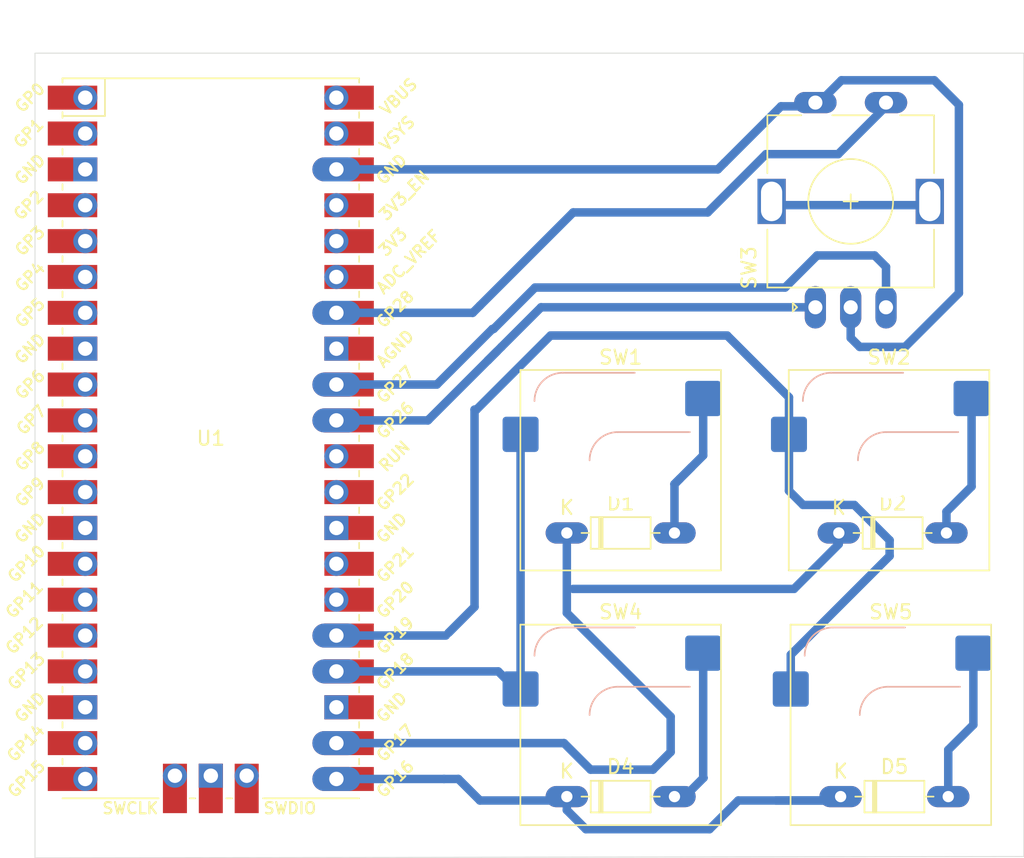
<source format=kicad_pcb>
(kicad_pcb (version 20241229) (generator "pcbnew") (generator_version "9.0")
  (layers (0 "F.Cu" signal) (2 "B.Cu" signal) (13 "F.Paste" user) (15 "B.Paste" user) (5 "F.SilkS" user "F.Silkscreen") (7 "B.SilkS" user "B.Silkscreen") (1 "F.Mask" user) (3 "B.Mask" user) (25 "Edge.Cuts" user))
  (net 0 "")
  (net 1 "Net-(D1-A)")
  (net 2 "Net-(U1-GPIO18)")
  (net 3 "Net-(D2-A)")
  (net 4 "Net-(D4-A)")
  (net 5 "Net-(D5-A)")
  (net 6 "unconnected-(SW3-PadMP)")
  (net 7 "Net-(U1-GPIO28_ADC2)")
  (net 8 "Net-(U1-GPIO26_ADC0)")
  (net 9 "Net-(SW3-PadC)")
  (net 10 "Net-(U1-GPIO27_ADC1)")
  (net 27 "Net-(D1-K)")
  (net 47 "Net-(D4-K)")
  (net 48 "Net-(U1-GPIO19)")
  (footprint "Switch_Keyboard_Hotswap_Kailh:SW_Hotswap_Kailh_MX" (layer "F.Cu") (at 187.587 117.58)
    (property "Reference" "SW5" (at 0 -8 0) (layer "F.SilkS"))
    (property "Value" "SW_Push_45deg")
    (fp_line (start -7.1 -7.1) (end -7.1 7.1) (stroke (width 0.12)) (layer "F.SilkS"))
    (fp_line (start -7.1 7.1) (end 7.1 7.1) (stroke (width 0.12)) (layer "F.SilkS"))
    (fp_line (start 7.1 -7.1) (end -7.1 -7.1) (stroke (width 0.12)) (layer "F.SilkS"))
    (fp_line (start 7.1 7.1) (end 7.1 -7.1) (stroke (width 0.12)) (layer "F.SilkS"))
    (fp_line (start -4.1 -6.9) (end 1 -6.9) (stroke (width 0.12)) (layer "B.SilkS"))
    (fp_line (start -0.2 -2.7) (end 4.9 -2.7) (stroke (width 0.12)) (layer "B.SilkS"))
    (fp_arc (start -6.1 -4.9) (mid -5.514214 -6.314214) (end -4.1 -6.9) (stroke (width 0.12)) (layer "B.SilkS"))
    (fp_arc (start -2.2 -0.7) (mid -1.614214 -2.114214) (end -0.2 -2.7) (stroke (width 0.12)) (layer "B.SilkS"))
    (pad "" np_thru_hole circle (at -3.81 -2.54) (size 3.05 3.05) (drill 3.05) (layers "*.Cu" "*.Mask"))
    (pad "" np_thru_hole circle (at 0 0) (size 4 4) (drill 4) (layers "*.Cu" "*.Mask"))
    (pad "" np_thru_hole circle (at 2.54 -5.08) (size 3.05 3.05) (drill 3.05) (layers "*.Cu" "*.Mask"))
    (pad "1" smd roundrect (at -7.085 -2.54) (size 2.55 2.5) (layers "B.Cu" "B.Mask" "B.Paste") (roundrect_rratio 0.1) (net 48 "Net-(U1-GPIO19)"))
    (pad "2" smd roundrect (at 5.842 -5.08) (size 2.55 2.5) (layers "B.Cu" "B.Mask" "B.Paste") (roundrect_rratio 0.1) (net 5 "Net-(D5-A)"))
  )
  (footprint "Switch_Keyboard_Hotswap_Kailh:SW_Hotswap_Kailh_MX" (layer "F.Cu") (at 168.46 99.54)
    (property "Reference" "SW1" (at 0 -8 0) (layer "F.SilkS"))
    (property "Value" "SW_Push_45deg")
    (fp_line (start -7.1 -7.1) (end -7.1 7.1) (stroke (width 0.12)) (layer "F.SilkS"))
    (fp_line (start -7.1 7.1) (end 7.1 7.1) (stroke (width 0.12)) (layer "F.SilkS"))
    (fp_line (start 7.1 -7.1) (end -7.1 -7.1) (stroke (width 0.12)) (layer "F.SilkS"))
    (fp_line (start 7.1 7.1) (end 7.1 -7.1) (stroke (width 0.12)) (layer "F.SilkS"))
    (fp_line (start -4.1 -6.9) (end 1 -6.9) (stroke (width 0.12)) (layer "B.SilkS"))
    (fp_line (start -0.2 -2.7) (end 4.9 -2.7) (stroke (width 0.12)) (layer "B.SilkS"))
    (fp_arc (start -6.1 -4.9) (mid -5.514214 -6.314214) (end -4.1 -6.9) (stroke (width 0.12)) (layer "B.SilkS"))
    (fp_arc (start -2.2 -0.7) (mid -1.614214 -2.114214) (end -0.2 -2.7) (stroke (width 0.12)) (layer "B.SilkS"))
    (pad "" np_thru_hole circle (at -3.81 -2.54) (size 3.05 3.05) (drill 3.05) (layers "*.Cu" "*.Mask"))
    (pad "" np_thru_hole circle (at 0 0) (size 4 4) (drill 4) (layers "*.Cu" "*.Mask"))
    (pad "" np_thru_hole circle (at 2.54 -5.08) (size 3.05 3.05) (drill 3.05) (layers "*.Cu" "*.Mask"))
    (pad "1" smd roundrect (at -7.085 -2.54) (size 2.55 2.5) (layers "B.Cu" "B.Mask" "B.Paste") (roundrect_rratio 0.1) (net 2 "Net-(U1-GPIO18)"))
    (pad "2" smd roundrect (at 5.842 -5.08) (size 2.55 2.5) (layers "B.Cu" "B.Mask" "B.Paste") (roundrect_rratio 0.1) (net 1 "Net-(D1-A)"))
  )
  (footprint "MCU_RaspberryPi_and_Boards:RPi_Pico_SMD_TH" (layer "F.Cu") (at 139.446 97.282)
    (property "Reference" "U1" (at 0 0 0) (layer "F.SilkS"))
    (property "Value" "Pico")
    (fp_line (start -10.5 -25.5) (end -10.5 -25.2) (stroke (width 0.12)) (layer "F.SilkS"))
    (fp_line (start -10.5 -25.5) (end 10.5 -25.5) (stroke (width 0.12)) (layer "F.SilkS"))
    (fp_line (start -10.5 -23.1) (end -10.5 -22.7) (stroke (width 0.12)) (layer "F.SilkS"))
    (fp_line (start -10.5 -22.833) (end -7.493 -22.833) (stroke (width 0.12)) (layer "F.SilkS"))
    (fp_line (start -10.5 -20.5) (end -10.5 -20.1) (stroke (width 0.12)) (layer "F.SilkS"))
    (fp_line (start -10.5 -18) (end -10.5 -17.6) (stroke (width 0.12)) (layer "F.SilkS"))
    (fp_line (start -10.5 -15.4) (end -10.5 -15) (stroke (width 0.12)) (layer "F.SilkS"))
    (fp_line (start -10.5 -12.9) (end -10.5 -12.5) (stroke (width 0.12)) (layer "F.SilkS"))
    (fp_line (start -10.5 -10.4) (end -10.5 -10) (stroke (width 0.12)) (layer "F.SilkS"))
    (fp_line (start -10.5 -7.8) (end -10.5 -7.4) (stroke (width 0.12)) (layer "F.SilkS"))
    (fp_line (start -10.5 -5.3) (end -10.5 -4.9) (stroke (width 0.12)) (layer "F.SilkS"))
    (fp_line (start -10.5 -2.7) (end -10.5 -2.3) (stroke (width 0.12)) (layer "F.SilkS"))
    (fp_line (start -10.5 -0.2) (end -10.5 0.2) (stroke (width 0.12)) (layer "F.SilkS"))
    (fp_line (start -10.5 2.3) (end -10.5 2.7) (stroke (width 0.12)) (layer "F.SilkS"))
    (fp_line (start -10.5 4.9) (end -10.5 5.3) (stroke (width 0.12)) (layer "F.SilkS"))
    (fp_line (start -10.5 7.4) (end -10.5 7.8) (stroke (width 0.12)) (layer "F.SilkS"))
    (fp_line (start -10.5 10) (end -10.5 10.4) (stroke (width 0.12)) (layer "F.SilkS"))
    (fp_line (start -10.5 12.5) (end -10.5 12.9) (stroke (width 0.12)) (layer "F.SilkS"))
    (fp_line (start -10.5 15.1) (end -10.5 15.5) (stroke (width 0.12)) (layer "F.SilkS"))
    (fp_line (start -10.5 17.6) (end -10.5 18) (stroke (width 0.12)) (layer "F.SilkS"))
    (fp_line (start -10.5 20.1) (end -10.5 20.5) (stroke (width 0.12)) (layer "F.SilkS"))
    (fp_line (start -10.5 22.7) (end -10.5 23.1) (stroke (width 0.12)) (layer "F.SilkS"))
    (fp_line (start -7.493 -22.833) (end -7.493 -25.5) (stroke (width 0.12)) (layer "F.SilkS"))
    (fp_line (start -3.7 25.5) (end -10.5 25.5) (stroke (width 0.12)) (layer "F.SilkS"))
    (fp_line (start -1.5 25.5) (end -1.1 25.5) (stroke (width 0.12)) (layer "F.SilkS"))
    (fp_line (start 1.1 25.5) (end 1.5 25.5) (stroke (width 0.12)) (layer "F.SilkS"))
    (fp_line (start 10.5 -25.5) (end 10.5 -25.2) (stroke (width 0.12)) (layer "F.SilkS"))
    (fp_line (start 10.5 -23.1) (end 10.5 -22.7) (stroke (width 0.12)) (layer "F.SilkS"))
    (fp_line (start 10.5 -20.5) (end 10.5 -20.1) (stroke (width 0.12)) (layer "F.SilkS"))
    (fp_line (start 10.5 -18) (end 10.5 -17.6) (stroke (width 0.12)) (layer "F.SilkS"))
    (fp_line (start 10.5 -15.4) (end 10.5 -15) (stroke (width 0.12)) (layer "F.SilkS"))
    (fp_line (start 10.5 -12.9) (end 10.5 -12.5) (stroke (width 0.12)) (layer "F.SilkS"))
    (fp_line (start 10.5 -10.4) (end 10.5 -10) (stroke (width 0.12)) (layer "F.SilkS"))
    (fp_line (start 10.5 -7.8) (end 10.5 -7.4) (stroke (width 0.12)) (layer "F.SilkS"))
    (fp_line (start 10.5 -5.3) (end 10.5 -4.9) (stroke (width 0.12)) (layer "F.SilkS"))
    (fp_line (start 10.5 -2.7) (end 10.5 -2.3) (stroke (width 0.12)) (layer "F.SilkS"))
    (fp_line (start 10.5 -0.2) (end 10.5 0.2) (stroke (width 0.12)) (layer "F.SilkS"))
    (fp_line (start 10.5 2.3) (end 10.5 2.7) (stroke (width 0.12)) (layer "F.SilkS"))
    (fp_line (start 10.5 4.9) (end 10.5 5.3) (stroke (width 0.12)) (layer "F.SilkS"))
    (fp_line (start 10.5 7.4) (end 10.5 7.8) (stroke (width 0.12)) (layer "F.SilkS"))
    (fp_line (start 10.5 10) (end 10.5 10.4) (stroke (width 0.12)) (layer "F.SilkS"))
    (fp_line (start 10.5 12.5) (end 10.5 12.9) (stroke (width 0.12)) (layer "F.SilkS"))
    (fp_line (start 10.5 15.1) (end 10.5 15.5) (stroke (width 0.12)) (layer "F.SilkS"))
    (fp_line (start 10.5 17.6) (end 10.5 18) (stroke (width 0.12)) (layer "F.SilkS"))
    (fp_line (start 10.5 20.1) (end 10.5 20.5) (stroke (width 0.12)) (layer "F.SilkS"))
    (fp_line (start 10.5 22.7) (end 10.5 23.1) (stroke (width 0.12)) (layer "F.SilkS"))
    (fp_line (start 10.5 25.5) (end 3.7 25.5) (stroke (width 0.12)) (layer "F.SilkS"))
    (fp_text user "AGND" (at 13.054 -6.35 45) (layer "F.SilkS") (effects (font (size 0.8 0.8))))
    (fp_text user "GP0" (at -12.8 -24.13 45) (layer "F.SilkS") (effects (font (size 0.8 0.8))))
    (fp_text user "GP5" (at -12.8 -8.89 45) (layer "F.SilkS") (effects (font (size 0.8 0.8))))
    (fp_text user "GP11" (at -13.2 11.43 45) (layer "F.SilkS") (effects (font (size 0.8 0.8))))
    (fp_text user "GP2" (at -12.9 -16.51 45) (layer "F.SilkS") (effects (font (size 0.8 0.8))))
    (fp_text user "RUN" (at 13 1.27 45) (layer "F.SilkS") (effects (font (size 0.8 0.8))))
    (fp_text user "GP16" (at 13.054 24.13 45) (layer "F.SilkS") (effects (font (size 0.8 0.8))))
    (fp_text user "GP7" (at -12.7 -1.3 45) (layer "F.SilkS") (effects (font (size 0.8 0.8))))
    (fp_text user "GP13" (at -13.054 16.51 45) (layer "F.SilkS") (effects (font (size 0.8 0.8))))
    (fp_text user "GND" (at 12.8 -19.05 45) (layer "F.SilkS") (effects (font (size 0.8 0.8))))
    (fp_text user "GND" (at -12.8 6.35 45) (layer "F.SilkS") (effects (font (size 0.8 0.8))))
    (fp_text user "VSYS" (at 13.2 -21.59 45) (layer "F.SilkS") (effects (font (size 0.8 0.8))))
    (fp_text user "3V3" (at 12.9 -13.9 45) (layer "F.SilkS") (effects (font (size 0.8 0.8))))
    (fp_text user "GP21" (at 13.054 8.9 45) (layer "F.SilkS") (effects (font (size 0.8 0.8))))
    (fp_text user "GP28" (at 13.054 -9.144 45) (layer "F.SilkS") (effects (font (size 0.8 0.8))))
    (fp_text user "SWDIO" (at 5.6 26.2 0) (layer "F.SilkS") (effects (font (size 0.8 0.8))))
    (fp_text user "SWCLK" (at -5.7 26.2 0) (layer "F.SilkS") (effects (font (size 0.8 0.8))))
    (fp_text user "GND" (at 12.8 19.05 45) (layer "F.SilkS") (effects (font (size 0.8 0.8))))
    (fp_text user "GP8" (at -12.8 1.27 45) (layer "F.SilkS") (effects (font (size 0.8 0.8))))
    (fp_text user "3V3_EN" (at 13.7 -17.2 45) (layer "F.SilkS") (effects (font (size 0.8 0.8))))
    (fp_text user "VBUS" (at 13.3 -24.2 45) (layer "F.SilkS") (effects (font (size 0.8 0.8))))
    (fp_text user "GP14" (at -13.1 21.59 45) (layer "F.SilkS") (effects (font (size 0.8 0.8))))
    (fp_text user "GND" (at 12.8 6.35 45) (layer "F.SilkS") (effects (font (size 0.8 0.8))))
    (fp_text user "GP12" (at -13.2 13.97 45) (layer "F.SilkS") (effects (font (size 0.8 0.8))))
    (fp_text user "GP20" (at 13.054 11.43 45) (layer "F.SilkS") (effects (font (size 0.8 0.8))))
    (fp_text user "GP10" (at -13.054 8.89 45) (layer "F.SilkS") (effects (font (size 0.8 0.8))))
    (fp_text user "GND" (at -12.8 19.05 45) (layer "F.SilkS") (effects (font (size 0.8 0.8))))
    (fp_text user "GP18" (at 13.054 16.51 45) (layer "F.SilkS") (effects (font (size 0.8 0.8))))
    (fp_text user "GP9" (at -12.8 3.81 45) (layer "F.SilkS") (effects (font (size 0.8 0.8))))
    (fp_text user "ADC_VREF" (at 14 -12.5 45) (layer "F.SilkS") (effects (font (size 0.8 0.8))))
    (fp_text user "GP4" (at -12.8 -11.43 45) (layer "F.SilkS") (effects (font (size 0.8 0.8))))
    (fp_text user "GP15" (at -13.054 24.13 45) (layer "F.SilkS") (effects (font (size 0.8 0.8))))
    (fp_text user "GND" (at -12.8 -19.05 45) (layer "F.SilkS") (effects (font (size 0.8 0.8))))
    (fp_text user "GP19" (at 13.054 13.97 45) (layer "F.SilkS") (effects (font (size 0.8 0.8))))
    (fp_text user "GP26" (at 13.054 -1.27 45) (layer "F.SilkS") (effects (font (size 0.8 0.8))))
    (fp_text user "GP1" (at -12.9 -21.6 45) (layer "F.SilkS") (effects (font (size 0.8 0.8))))
    (fp_text user "GP27" (at 13.054 -3.8 45) (layer "F.SilkS") (effects (font (size 0.8 0.8))))
    (fp_text user "GND" (at -12.8 -6.35 45) (layer "F.SilkS") (effects (font (size 0.8 0.8))))
    (fp_text user "GP22" (at 13.054 3.81 45) (layer "F.SilkS") (effects (font (size 0.8 0.8))))
    (fp_text user "GP6" (at -12.8 -3.81 45) (layer "F.SilkS") (effects (font (size 0.8 0.8))))
    (fp_text user "GP3" (at -12.8 -13.97 45) (layer "F.SilkS") (effects (font (size 0.8 0.8))))
    (fp_text user "GP17" (at 13.054 21.59 45) (layer "F.SilkS") (effects (font (size 0.8 0.8))))
    (pad "" np_thru_hole oval (at -2.725 -24) (size 1.8 1.8) (drill 1.8) (layers "*.Cu" "*.Mask"))
    (pad "" np_thru_hole oval (at -2.425 -20.97) (size 1.5 1.5) (drill 1.5) (layers "*.Cu" "*.Mask"))
    (pad "" np_thru_hole oval (at 0 -12) (size 4 4) (drill 4) (layers "*.Cu" "*.Mask"))
    (pad "" np_thru_hole oval (at 0 11) (size 4 4) (drill 4) (layers "*.Cu" "*.Mask"))
    (pad "" np_thru_hole oval (at 2.425 -20.97) (size 1.5 1.5) (drill 1.5) (layers "*.Cu" "*.Mask"))
    (pad "" np_thru_hole oval (at 2.725 -24) (size 1.8 1.8) (drill 1.8) (layers "*.Cu" "*.Mask"))
    (pad "1" thru_hole oval (at -8.89 -24.13) (size 1.7 1.7) (drill 1.02) (layers "*.Cu" "*.Mask"))
    (pad "1" smd rect (at -8.89 -24.13) (size 3.5 1.7) (drill (offset -0.9 0)) (layers "F.Cu" "F.Mask"))
    (pad "2" thru_hole oval (at -8.89 -21.59) (size 1.7 1.7) (drill 1.02) (layers "*.Cu" "*.Mask"))
    (pad "2" smd rect (at -8.89 -21.59) (size 3.5 1.7) (drill (offset -0.9 0)) (layers "F.Cu" "F.Mask"))
    (pad "3" thru_hole rect (at -8.89 -19.05) (size 1.7 1.7) (drill 1.02) (layers "*.Cu" "*.Mask"))
    (pad "3" smd rect (at -8.89 -19.05) (size 3.5 1.7) (drill (offset -0.9 0)) (layers "F.Cu" "F.Mask"))
    (pad "4" thru_hole oval (at -8.89 -16.51) (size 1.7 1.7) (drill 1.02) (layers "*.Cu" "*.Mask"))
    (pad "4" smd rect (at -8.89 -16.51) (size 3.5 1.7) (drill (offset -0.9 0)) (layers "F.Cu" "F.Mask"))
    (pad "5" thru_hole oval (at -8.89 -13.97) (size 1.7 1.7) (drill 1.02) (layers "*.Cu" "*.Mask"))
    (pad "5" smd rect (at -8.89 -13.97) (size 3.5 1.7) (drill (offset -0.9 0)) (layers "F.Cu" "F.Mask"))
    (pad "6" thru_hole oval (at -8.89 -11.43) (size 1.7 1.7) (drill 1.02) (layers "*.Cu" "*.Mask"))
    (pad "6" smd rect (at -8.89 -11.43) (size 3.5 1.7) (drill (offset -0.9 0)) (layers "F.Cu" "F.Mask"))
    (pad "7" thru_hole oval (at -8.89 -8.89) (size 1.7 1.7) (drill 1.02) (layers "*.Cu" "*.Mask"))
    (pad "7" smd rect (at -8.89 -8.89) (size 3.5 1.7) (drill (offset -0.9 0)) (layers "F.Cu" "F.Mask"))
    (pad "8" thru_hole rect (at -8.89 -6.35) (size 1.7 1.7) (drill 1.02) (layers "*.Cu" "*.Mask"))
    (pad "8" smd rect (at -8.89 -6.35) (size 3.5 1.7) (drill (offset -0.9 0)) (layers "F.Cu" "F.Mask"))
    (pad "9" thru_hole oval (at -8.89 -3.81) (size 1.7 1.7) (drill 1.02) (layers "*.Cu" "*.Mask"))
    (pad "9" smd rect (at -8.89 -3.81) (size 3.5 1.7) (drill (offset -0.9 0)) (layers "F.Cu" "F.Mask"))
    (pad "10" thru_hole oval (at -8.89 -1.27) (size 1.7 1.7) (drill 1.02) (layers "*.Cu" "*.Mask"))
    (pad "10" smd rect (at -8.89 -1.27) (size 3.5 1.7) (drill (offset -0.9 0)) (layers "F.Cu" "F.Mask"))
    (pad "11" thru_hole oval (at -8.89 1.27) (size 1.7 1.7) (drill 1.02) (layers "*.Cu" "*.Mask"))
    (pad "11" smd rect (at -8.89 1.27) (size 3.5 1.7) (drill (offset -0.9 0)) (layers "F.Cu" "F.Mask"))
    (pad "12" thru_hole oval (at -8.89 3.81) (size 1.7 1.7) (drill 1.02) (layers "*.Cu" "*.Mask"))
    (pad "12" smd rect (at -8.89 3.81) (size 3.5 1.7) (drill (offset -0.9 0)) (layers "F.Cu" "F.Mask"))
    (pad "13" thru_hole rect (at -8.89 6.35) (size 1.7 1.7) (drill 1.02) (layers "*.Cu" "*.Mask"))
    (pad "13" smd rect (at -8.89 6.35) (size 3.5 1.7) (drill (offset -0.9 0)) (layers "F.Cu" "F.Mask"))
    (pad "14" thru_hole oval (at -8.89 8.89) (size 1.7 1.7) (drill 1.02) (layers "*.Cu" "*.Mask"))
    (pad "14" smd rect (at -8.89 8.89) (size 3.5 1.7) (drill (offset -0.9 0)) (layers "F.Cu" "F.Mask"))
    (pad "15" thru_hole oval (at -8.89 11.43) (size 1.7 1.7) (drill 1.02) (layers "*.Cu" "*.Mask"))
    (pad "15" smd rect (at -8.89 11.43) (size 3.5 1.7) (drill (offset -0.9 0)) (layers "F.Cu" "F.Mask"))
    (pad "16" thru_hole oval (at -8.89 13.97) (size 1.7 1.7) (drill 1.02) (layers "*.Cu" "*.Mask"))
    (pad "16" smd rect (at -8.89 13.97) (size 3.5 1.7) (drill (offset -0.9 0)) (layers "F.Cu" "F.Mask"))
    (pad "17" thru_hole oval (at -8.89 16.51) (size 1.7 1.7) (drill 1.02) (layers "*.Cu" "*.Mask"))
    (pad "17" smd rect (at -8.89 16.51) (size 3.5 1.7) (drill (offset -0.9 0)) (layers "F.Cu" "F.Mask"))
    (pad "18" thru_hole rect (at -8.89 19.05) (size 1.7 1.7) (drill 1.02) (layers "*.Cu" "*.Mask"))
    (pad "18" smd rect (at -8.89 19.05) (size 3.5 1.7) (drill (offset -0.9 0)) (layers "F.Cu" "F.Mask"))
    (pad "19" thru_hole oval (at -8.89 21.59) (size 1.7 1.7) (drill 1.02) (layers "*.Cu" "*.Mask"))
    (pad "19" smd rect (at -8.89 21.59) (size 3.5 1.7) (drill (offset -0.9 0)) (layers "F.Cu" "F.Mask"))
    (pad "20" thru_hole oval (at -8.89 24.13) (size 1.7 1.7) (drill 1.02) (layers "*.Cu" "*.Mask"))
    (pad "20" smd rect (at -8.89 24.13) (size 3.5 1.7) (drill (offset -0.9 0)) (layers "F.Cu" "F.Mask"))
    (pad "21" thru_hole oval (at 8.89 24.13) (size 3.4 1.7) (drill 1.02) (layers "*.Cu" "*.Mask") (net 47 "Net-(D4-K)"))
    (pad "21" smd rect (at 8.89 24.13) (size 3.5 1.7) (drill (offset 0.9 0)) (layers "F.Cu" "F.Mask") (net 47 "Net-(D4-K)"))
    (pad "22" thru_hole oval (at 8.89 21.59) (size 3.4 1.7) (drill 1.02) (layers "*.Cu" "*.Mask") (net 27 "Net-(D1-K)"))
    (pad "22" smd rect (at 8.89 21.59) (size 3.5 1.7) (drill (offset 0.9 0)) (layers "F.Cu" "F.Mask") (net 27 "Net-(D1-K)"))
    (pad "23" thru_hole rect (at 8.89 19.05) (size 1.7 1.7) (drill 1.02) (layers "*.Cu" "*.Mask"))
    (pad "23" smd rect (at 8.89 19.05) (size 3.5 1.7) (drill (offset 0.9 0)) (layers "F.Cu" "F.Mask"))
    (pad "24" thru_hole oval (at 8.89 16.51) (size 3.4 1.7) (drill 1.02) (layers "*.Cu" "*.Mask") (net 2 "Net-(U1-GPIO18)"))
    (pad "24" smd rect (at 8.89 16.51) (size 3.5 1.7) (drill (offset 0.9 0)) (layers "F.Cu" "F.Mask") (net 2 "Net-(U1-GPIO18)"))
    (pad "25" thru_hole oval (at 8.89 13.97) (size 3.4 1.7) (drill 1.02) (layers "*.Cu" "*.Mask") (net 48 "Net-(U1-GPIO19)"))
    (pad "25" smd rect (at 8.89 13.97) (size 3.5 1.7) (drill (offset 0.9 0)) (layers "F.Cu" "F.Mask") (net 48 "Net-(U1-GPIO19)"))
    (pad "26" thru_hole oval (at 8.89 11.43) (size 1.7 1.7) (drill 1.02) (layers "*.Cu" "*.Mask"))
    (pad "26" smd rect (at 8.89 11.43) (size 3.5 1.7) (drill (offset 0.9 0)) (layers "F.Cu" "F.Mask"))
    (pad "27" thru_hole oval (at 8.89 8.89) (size 1.7 1.7) (drill 1.02) (layers "*.Cu" "*.Mask"))
    (pad "27" smd rect (at 8.89 8.89) (size 3.5 1.7) (drill (offset 0.9 0)) (layers "F.Cu" "F.Mask"))
    (pad "28" thru_hole rect (at 8.89 6.35) (size 1.7 1.7) (drill 1.02) (layers "*.Cu" "*.Mask"))
    (pad "28" smd rect (at 8.89 6.35) (size 3.5 1.7) (drill (offset 0.9 0)) (layers "F.Cu" "F.Mask"))
    (pad "29" thru_hole oval (at 8.89 3.81) (size 1.7 1.7) (drill 1.02) (layers "*.Cu" "*.Mask"))
    (pad "29" smd rect (at 8.89 3.81) (size 3.5 1.7) (drill (offset 0.9 0)) (layers "F.Cu" "F.Mask"))
    (pad "30" thru_hole oval (at 8.89 1.27) (size 1.7 1.7) (drill 1.02) (layers "*.Cu" "*.Mask"))
    (pad "30" smd rect (at 8.89 1.27) (size 3.5 1.7) (drill (offset 0.9 0)) (layers "F.Cu" "F.Mask"))
    (pad "31" thru_hole oval (at 8.89 -1.27) (size 3.4 1.7) (drill 1.02) (layers "*.Cu" "*.Mask") (net 8 "Net-(U1-GPIO26_ADC0)"))
    (pad "31" smd rect (at 8.89 -1.27) (size 3.5 1.7) (drill (offset 0.9 0)) (layers "F.Cu" "F.Mask") (net 8 "Net-(U1-GPIO26_ADC0)"))
    (pad "32" thru_hole oval (at 8.89 -3.81) (size 3.4 1.7) (drill 1.02) (layers "*.Cu" "*.Mask") (net 10 "Net-(U1-GPIO27_ADC1)"))
    (pad "32" smd rect (at 8.89 -3.81) (size 3.5 1.7) (drill (offset 0.9 0)) (layers "F.Cu" "F.Mask") (net 10 "Net-(U1-GPIO27_ADC1)"))
    (pad "33" thru_hole rect (at 8.89 -6.35) (size 1.7 1.7) (drill 1.02) (layers "*.Cu" "*.Mask"))
    (pad "33" smd rect (at 8.89 -6.35) (size 3.5 1.7) (drill (offset 0.9 0)) (layers "F.Cu" "F.Mask"))
    (pad "34" thru_hole oval (at 8.89 -8.89) (size 3.4 1.7) (drill 1.02) (layers "*.Cu" "*.Mask") (net 7 "Net-(U1-GPIO28_ADC2)"))
    (pad "34" smd rect (at 8.89 -8.89) (size 3.5 1.7) (drill (offset 0.9 0)) (layers "F.Cu" "F.Mask") (net 7 "Net-(U1-GPIO28_ADC2)"))
    (pad "35" thru_hole oval (at 8.89 -11.43) (size 1.7 1.7) (drill 1.02) (layers "*.Cu" "*.Mask"))
    (pad "35" smd rect (at 8.89 -11.43) (size 3.5 1.7) (drill (offset 0.9 0)) (layers "F.Cu" "F.Mask"))
    (pad "36" thru_hole oval (at 8.89 -13.97) (size 1.7 1.7) (drill 1.02) (layers "*.Cu" "*.Mask"))
    (pad "36" smd rect (at 8.89 -13.97) (size 3.5 1.7) (drill (offset 0.9 0)) (layers "F.Cu" "F.Mask"))
    (pad "37" thru_hole oval (at 8.89 -16.51) (size 1.7 1.7) (drill 1.02) (layers "*.Cu" "*.Mask"))
    (pad "37" smd rect (at 8.89 -16.51) (size 3.5 1.7) (drill (offset 0.9 0)) (layers "F.Cu" "F.Mask"))
    (pad "38" thru_hole oval (at 8.89 -19.05) (size 3.4 1.7) (drill 1.02) (layers "*.Cu" "*.Mask") (net 9 "Net-(SW3-PadC)"))
    (pad "38" smd rect (at 8.89 -19.05) (size 3.5 1.7) (drill (offset 0.9 0)) (layers "F.Cu" "F.Mask") (net 9 "Net-(SW3-PadC)"))
    (pad "39" thru_hole oval (at 8.89 -21.59) (size 1.7 1.7) (drill 1.02) (layers "*.Cu" "*.Mask"))
    (pad "39" smd rect (at 8.89 -21.59) (size 3.5 1.7) (drill (offset 0.9 0)) (layers "F.Cu" "F.Mask"))
    (pad "40" thru_hole oval (at 8.89 -24.13) (size 1.7 1.7) (drill 1.02) (layers "*.Cu" "*.Mask"))
    (pad "40" smd rect (at 8.89 -24.13) (size 3.5 1.7) (drill (offset 0.9 0)) (layers "F.Cu" "F.Mask"))
    (pad "41" thru_hole oval (at -2.54 23.9) (size 1.7 1.7) (drill 1.02) (layers "*.Cu" "*.Mask"))
    (pad "41" smd rect (at -2.54 23.9 90) (size 3.5 1.7) (drill (offset -0.9 0)) (layers "F.Cu" "F.Mask"))
    (pad "42" thru_hole rect (at 0 23.9) (size 1.7 1.7) (drill 1.02) (layers "*.Cu" "*.Mask"))
    (pad "42" smd rect (at 0 23.9 90) (size 3.5 1.7) (drill (offset -0.9 0)) (layers "F.Cu" "F.Mask"))
    (pad "43" thru_hole oval (at 2.54 23.9) (size 1.7 1.7) (drill 1.02) (layers "*.Cu" "*.Mask"))
    (pad "43" smd rect (at 2.54 23.9 90) (size 3.5 1.7) (drill (offset -0.9 0)) (layers "F.Cu" "F.Mask"))
  )
  (footprint "Diode_THT:D_DO-35_SOD27_P7.62mm_Horizontal" (layer "F.Cu") (at 184.031 122.66)
    (property "Reference" "D5" (at 3.81 -2.12 0) (layer "F.SilkS"))
    (property "Value" "1N4148")
    (fp_line (start 1.04 0) (end 1.69 0) (stroke (width 0.12)) (layer "F.SilkS"))
    (fp_line (start 1.69 -1.12) (end 1.69 1.12) (stroke (width 0.12)) (layer "F.SilkS"))
    (fp_line (start 1.69 1.12) (end 5.93 1.12) (stroke (width 0.12)) (layer "F.SilkS"))
    (fp_line (start 2.29 -1.12) (end 2.29 1.12) (stroke (width 0.12)) (layer "F.SilkS"))
    (fp_line (start 2.41 -1.12) (end 2.41 1.12) (stroke (width 0.12)) (layer "F.SilkS"))
    (fp_line (start 2.53 -1.12) (end 2.53 1.12) (stroke (width 0.12)) (layer "F.SilkS"))
    (fp_line (start 5.93 -1.12) (end 1.69 -1.12) (stroke (width 0.12)) (layer "F.SilkS"))
    (fp_line (start 5.93 1.12) (end 5.93 -1.12) (stroke (width 0.12)) (layer "F.SilkS"))
    (fp_line (start 6.58 0) (end 5.93 0) (stroke (width 0.12)) (layer "F.SilkS"))
    (fp_text user "K" (at 0 -1.8 0) (layer "F.SilkS"))
    (pad "1" thru_hole oval (at 0 0) (size 3 1.5) (drill 0.8) (layers "*.Cu" "*.Mask") (net 47 "Net-(D4-K)"))
    (pad "2" thru_hole oval (at 7.62 0) (size 3 1.5) (drill 0.8) (layers "*.Cu" "*.Mask") (net 5 "Net-(D5-A)"))
  )
  (footprint "Diode_THT:D_DO-35_SOD27_P7.62mm_Horizontal" (layer "F.Cu") (at 164.65 103.985)
    (property "Reference" "D1" (at 3.81 -2.12 0) (layer "F.SilkS"))
    (property "Value" "1N4148")
    (fp_line (start 1.04 0) (end 1.69 0) (stroke (width 0.12)) (layer "F.SilkS"))
    (fp_line (start 1.69 -1.12) (end 1.69 1.12) (stroke (width 0.12)) (layer "F.SilkS"))
    (fp_line (start 1.69 1.12) (end 5.93 1.12) (stroke (width 0.12)) (layer "F.SilkS"))
    (fp_line (start 2.29 -1.12) (end 2.29 1.12) (stroke (width 0.12)) (layer "F.SilkS"))
    (fp_line (start 2.41 -1.12) (end 2.41 1.12) (stroke (width 0.12)) (layer "F.SilkS"))
    (fp_line (start 2.53 -1.12) (end 2.53 1.12) (stroke (width 0.12)) (layer "F.SilkS"))
    (fp_line (start 5.93 -1.12) (end 1.69 -1.12) (stroke (width 0.12)) (layer "F.SilkS"))
    (fp_line (start 5.93 1.12) (end 5.93 -1.12) (stroke (width 0.12)) (layer "F.SilkS"))
    (fp_line (start 6.58 0) (end 5.93 0) (stroke (width 0.12)) (layer "F.SilkS"))
    (fp_text user "K" (at 0 -1.8 0) (layer "F.SilkS"))
    (pad "1" thru_hole oval (at 0 0) (size 3 1.5) (drill 0.8) (layers "*.Cu" "*.Mask") (net 27 "Net-(D1-K)"))
    (pad "2" thru_hole oval (at 7.62 0) (size 3 1.5) (drill 0.8) (layers "*.Cu" "*.Mask") (net 1 "Net-(D1-A)"))
  )
  (footprint "Switch_Keyboard_Hotswap_Kailh:SW_Hotswap_Kailh_MX" (layer "F.Cu") (at 187.46 99.54)
    (property "Reference" "SW2" (at 0 -8 0) (layer "F.SilkS"))
    (property "Value" "SW_Push_45deg")
    (fp_line (start -7.1 -7.1) (end -7.1 7.1) (stroke (width 0.12)) (layer "F.SilkS"))
    (fp_line (start -7.1 7.1) (end 7.1 7.1) (stroke (width 0.12)) (layer "F.SilkS"))
    (fp_line (start 7.1 -7.1) (end -7.1 -7.1) (stroke (width 0.12)) (layer "F.SilkS"))
    (fp_line (start 7.1 7.1) (end 7.1 -7.1) (stroke (width 0.12)) (layer "F.SilkS"))
    (fp_line (start -4.1 -6.9) (end 1 -6.9) (stroke (width 0.12)) (layer "B.SilkS"))
    (fp_line (start -0.2 -2.7) (end 4.9 -2.7) (stroke (width 0.12)) (layer "B.SilkS"))
    (fp_arc (start -6.1 -4.9) (mid -5.514214 -6.314214) (end -4.1 -6.9) (stroke (width 0.12)) (layer "B.SilkS"))
    (fp_arc (start -2.2 -0.7) (mid -1.614214 -2.114214) (end -0.2 -2.7) (stroke (width 0.12)) (layer "B.SilkS"))
    (pad "" np_thru_hole circle (at -3.81 -2.54) (size 3.05 3.05) (drill 3.05) (layers "*.Cu" "*.Mask"))
    (pad "" np_thru_hole circle (at 0 0) (size 4 4) (drill 4) (layers "*.Cu" "*.Mask"))
    (pad "" np_thru_hole circle (at 2.54 -5.08) (size 3.05 3.05) (drill 3.05) (layers "*.Cu" "*.Mask"))
    (pad "1" smd roundrect (at -7.085 -2.54) (size 2.55 2.5) (layers "B.Cu" "B.Mask" "B.Paste") (roundrect_rratio 0.1) (net 48 "Net-(U1-GPIO19)"))
    (pad "2" smd roundrect (at 5.842 -5.08) (size 2.55 2.5) (layers "B.Cu" "B.Mask" "B.Paste") (roundrect_rratio 0.1) (net 3 "Net-(D2-A)"))
  )
  (footprint "Rotary_Encoder:RotaryEncoder_Alps_EC11E-Switch_Vertical_H20mm" (layer "F.Cu") (at 182.245 88 90)
    (property "Reference" "SW3" (at 2.8 -4.7 90) (layer "F.SilkS"))
    (property "Value" "RotaryEncoder_Switch_MP")
    (fp_line (start 13.6 -3.4) (end 13.6 -1) (stroke (width 0.12)) (layer "F.SilkS"))
    (fp_line (start 9.5 -3.4) (end 13.6 -3.4) (stroke (width 0.12)) (layer "F.SilkS"))
    (fp_line (start 5.5 -3.4) (end 1.4 -3.4) (stroke (width 0.12)) (layer "F.SilkS"))
    (fp_line (start 1.4 -3.4) (end 1.4 8.4) (stroke (width 0.12)) (layer "F.SilkS"))
    (fp_line (start 0.3 -1.6) (end 0 -1.3) (stroke (width 0.12)) (layer "F.SilkS"))
    (fp_line (start -0.3 -1.6) (end 0.3 -1.6) (stroke (width 0.12)) (layer "F.SilkS"))
    (fp_line (start 0 -1.3) (end -0.3 -1.6) (stroke (width 0.12)) (layer "F.SilkS"))
    (fp_line (start 13.6 1.2) (end 13.6 3.8) (stroke (width 0.12)) (layer "F.SilkS"))
    (fp_line (start 7.5 2) (end 7.5 3) (stroke (width 0.12)) (layer "F.SilkS"))
    (fp_line (start 7 2.5) (end 8 2.5) (stroke (width 0.12)) (layer "F.SilkS"))
    (fp_line (start 13.6 6) (end 13.6 8.4) (stroke (width 0.12)) (layer "F.SilkS"))
    (fp_line (start 13.6 8.4) (end 9.5 8.4) (stroke (width 0.12)) (layer "F.SilkS"))
    (fp_line (start 5.5 8.4) (end 1.4 8.4) (stroke (width 0.12)) (layer "F.SilkS"))
    (fp_circle (center 7.5 2.5) (end 10.5 2.5) (stroke (width 0.12)) (fill no) (layer "F.SilkS"))
    (pad "A" thru_hole oval (at 0 0 90) (size 3 1.5) (drill 1) (layers "*.Cu" "*.Mask") (net 8 "Net-(U1-GPIO26_ADC0)"))
    (pad "B" thru_hole oval (at 0 5 90) (size 3 1.5) (drill 1) (layers "*.Cu" "*.Mask") (net 10 "Net-(U1-GPIO27_ADC1)"))
    (pad "C" thru_hole oval (at 0 2.5 90) (size 3 1.5) (drill 1) (layers "*.Cu" "*.Mask") (net 9 "Net-(SW3-PadC)"))
    (pad "MP" thru_hole rect (at 7.5 -3.1 90) (size 3.2 2) (drill oval 2.8 1.5) (layers "*.Cu" "*.Mask") (net 6 "unconnected-(SW3-PadMP)"))
    (pad "MP" thru_hole rect (at 7.5 8.1 90) (size 3.2 2) (drill oval 2.8 1.5) (layers "*.Cu" "*.Mask") (net 6 "unconnected-(SW3-PadMP)"))
    (pad "S1" thru_hole oval (at 14.5 5 180) (size 3 1.5) (drill 1) (layers "*.Cu" "*.Mask") (net 7 "Net-(U1-GPIO28_ADC2)"))
    (pad "S2" thru_hole oval (at 14.5 0 180) (size 3 1.5) (drill 1) (layers "*.Cu" "*.Mask") (net 9 "Net-(SW3-PadC)"))
  )
  (footprint "Diode_THT:D_DO-35_SOD27_P7.62mm_Horizontal" (layer "F.Cu") (at 164.65 122.66)
    (property "Reference" "D4" (at 3.81 -2.12 0) (layer "F.SilkS"))
    (property "Value" "1N4148")
    (fp_line (start 1.04 0) (end 1.69 0) (stroke (width 0.12)) (layer "F.SilkS"))
    (fp_line (start 1.69 -1.12) (end 1.69 1.12) (stroke (width 0.12)) (layer "F.SilkS"))
    (fp_line (start 1.69 1.12) (end 5.93 1.12) (stroke (width 0.12)) (layer "F.SilkS"))
    (fp_line (start 2.29 -1.12) (end 2.29 1.12) (stroke (width 0.12)) (layer "F.SilkS"))
    (fp_line (start 2.41 -1.12) (end 2.41 1.12) (stroke (width 0.12)) (layer "F.SilkS"))
    (fp_line (start 2.53 -1.12) (end 2.53 1.12) (stroke (width 0.12)) (layer "F.SilkS"))
    (fp_line (start 5.93 -1.12) (end 1.69 -1.12) (stroke (width 0.12)) (layer "F.SilkS"))
    (fp_line (start 5.93 1.12) (end 5.93 -1.12) (stroke (width 0.12)) (layer "F.SilkS"))
    (fp_line (start 6.58 0) (end 5.93 0) (stroke (width 0.12)) (layer "F.SilkS"))
    (fp_text user "K" (at 0 -1.8 0) (layer "F.SilkS"))
    (pad "1" thru_hole oval (at 0 0) (size 3 1.5) (drill 0.8) (layers "*.Cu" "*.Mask") (net 47 "Net-(D4-K)"))
    (pad "2" thru_hole oval (at 7.62 0) (size 3 1.5) (drill 0.8) (layers "*.Cu" "*.Mask") (net 4 "Net-(D4-A)"))
  )
  (footprint "Diode_THT:D_DO-35_SOD27_P7.62mm_Horizontal" (layer "F.Cu") (at 183.904 103.985)
    (property "Reference" "D2" (at 3.81 -2.12 0) (layer "F.SilkS"))
    (property "Value" "1N4148")
    (fp_line (start 1.04 0) (end 1.69 0) (stroke (width 0.12)) (layer "F.SilkS"))
    (fp_line (start 1.69 -1.12) (end 1.69 1.12) (stroke (width 0.12)) (layer "F.SilkS"))
    (fp_line (start 1.69 1.12) (end 5.93 1.12) (stroke (width 0.12)) (layer "F.SilkS"))
    (fp_line (start 2.29 -1.12) (end 2.29 1.12) (stroke (width 0.12)) (layer "F.SilkS"))
    (fp_line (start 2.41 -1.12) (end 2.41 1.12) (stroke (width 0.12)) (layer "F.SilkS"))
    (fp_line (start 2.53 -1.12) (end 2.53 1.12) (stroke (width 0.12)) (layer "F.SilkS"))
    (fp_line (start 5.93 -1.12) (end 1.69 -1.12) (stroke (width 0.12)) (layer "F.SilkS"))
    (fp_line (start 5.93 1.12) (end 5.93 -1.12) (stroke (width 0.12)) (layer "F.SilkS"))
    (fp_line (start 6.58 0) (end 5.93 0) (stroke (width 0.12)) (layer "F.SilkS"))
    (fp_text user "K" (at 0 -1.8 0) (layer "F.SilkS"))
    (pad "1" thru_hole oval (at 0 0) (size 3 1.5) (drill 0.8) (layers "*.Cu" "*.Mask") (net 27 "Net-(D1-K)"))
    (pad "2" thru_hole oval (at 7.62 0) (size 3 1.5) (drill 0.8) (layers "*.Cu" "*.Mask") (net 3 "Net-(D2-A)"))
  )
  (footprint "Switch_Keyboard_Hotswap_Kailh:SW_Hotswap_Kailh_MX" (layer "F.Cu") (at 168.46 117.58)
    (property "Reference" "SW4" (at 0 -8 0) (layer "F.SilkS"))
    (property "Value" "SW_Push_45deg")
    (fp_line (start -7.1 -7.1) (end -7.1 7.1) (stroke (width 0.12)) (layer "F.SilkS"))
    (fp_line (start -7.1 7.1) (end 7.1 7.1) (stroke (width 0.12)) (layer "F.SilkS"))
    (fp_line (start 7.1 -7.1) (end -7.1 -7.1) (stroke (width 0.12)) (layer "F.SilkS"))
    (fp_line (start 7.1 7.1) (end 7.1 -7.1) (stroke (width 0.12)) (layer "F.SilkS"))
    (fp_line (start -4.1 -6.9) (end 1 -6.9) (stroke (width 0.12)) (layer "B.SilkS"))
    (fp_line (start -0.2 -2.7) (end 4.9 -2.7) (stroke (width 0.12)) (layer "B.SilkS"))
    (fp_arc (start -6.1 -4.9) (mid -5.514214 -6.314214) (end -4.1 -6.9) (stroke (width 0.12)) (layer "B.SilkS"))
    (fp_arc (start -2.2 -0.7) (mid -1.614214 -2.114214) (end -0.2 -2.7) (stroke (width 0.12)) (layer "B.SilkS"))
    (pad "" np_thru_hole circle (at -3.81 -2.54) (size 3.05 3.05) (drill 3.05) (layers "*.Cu" "*.Mask"))
    (pad "" np_thru_hole circle (at 0 0) (size 4 4) (drill 4) (layers "*.Cu" "*.Mask"))
    (pad "" np_thru_hole circle (at 2.54 -5.08) (size 3.05 3.05) (drill 3.05) (layers "*.Cu" "*.Mask"))
    (pad "1" smd roundrect (at -7.085 -2.54) (size 2.55 2.5) (layers "B.Cu" "B.Mask" "B.Paste") (roundrect_rratio 0.1) (net 2 "Net-(U1-GPIO18)"))
    (pad "2" smd roundrect (at 5.842 -5.08) (size 2.55 2.5) (layers "B.Cu" "B.Mask" "B.Paste") (roundrect_rratio 0.1) (net 4 "Net-(D4-A)"))
  )
  (gr_line (start 127 70) (end 127 127) (stroke (width 0.05)) (layer "Edge.Cuts"))
  (gr_line (start 127 127) (end 197 126.9) (stroke (width 0.05)) (layer "Edge.Cuts"))
  (gr_line (start 197 70) (end 127 70) (stroke (width 0.05)) (layer "Edge.Cuts"))
  (gr_line (start 197 126.9) (end 197 70) (stroke (width 0.05)) (layer "Edge.Cuts"))
  (segment (start 173.482 99.314) (end 172.398 100.398) (width 0.6) (layer "B.Cu") (net 1))
  (segment (start 172.398 100.398) (end 172.648 100.148) (width 0.6) (layer "B.Cu") (net 1))
  (segment (start 172.27 100.526) (end 172.398 100.398) (width 0.6) (layer "B.Cu") (net 1))
  (segment (start 172.27 100.526) (end 172.648 100.148) (width 0.6) (layer "B.Cu") (net 1))
  (segment (start 172.648 100.148) (end 174.302 98.494) (width 0.6) (layer "B.Cu") (net 1))
  (segment (start 174.302 98.494) (end 174.302 98.198) (width 0.6) (layer "B.Cu") (net 1))
  (segment (start 174.302 98.198) (end 174.302 95.25) (width 0.6) (layer "B.Cu") (net 1))
  (segment (start 172.27 103.985) (end 172.27 100.526) (width 0.6) (layer "B.Cu") (net 1))
  (segment (start 161.375 115.316) (end 161.375 97.79) (width 0.6) (layer "B.Cu") (net 2))
  (segment (start 159.793 113.792) (end 160.555 114.554) (width 0.6) (layer "B.Cu") (net 2))
  (segment (start 159.793 113.792) (end 148.336 113.792) (width 0.6) (layer "B.Cu") (net 2))
  (segment (start 160.555 114.554) (end 160.555 115.951) (width 0.6) (layer "B.Cu") (net 2))
  (segment (start 191.524 102.476) (end 193.302 100.698) (width 0.6) (layer "B.Cu") (net 3))
  (segment (start 191.524 103.985) (end 191.524 102.476) (width 0.6) (layer "B.Cu") (net 3))
  (segment (start 193.302 100.698) (end 193.302 95.25) (width 0.6) (layer "B.Cu") (net 3))
  (segment (start 172.72 122.936) (end 174.328 121.328) (width 0.6) (layer "B.Cu") (net 4))
  (segment (start 174.328 121.328) (end 174.302 121.302) (width 0.6) (layer "B.Cu") (net 4))
  (segment (start 171.45 122.936) (end 172.72 122.936) (width 0.6) (layer "B.Cu") (net 4))
  (segment (start 174.302 121.302) (end 174.302 112.776) (width 0.6) (layer "B.Cu") (net 4))
  (segment (start 191.651 119.349) (end 191.651 122.936) (width 0.6) (layer "B.Cu") (net 5))
  (segment (start 193.429 117.571) (end 191.651 119.349) (width 0.6) (layer "B.Cu") (net 5))
  (segment (start 193.429 112.776) (end 193.429 117.571) (width 0.6) (layer "B.Cu") (net 5))
  (segment (start 179.145 80.765) (end 190.345 80.765) (width 0.6) (layer "B.Cu") (net 6))
  (segment (start 183.8575 77.1525) (end 187.245 73.765) (width 0.6) (layer "B.Cu") (net 7))
  (segment (start 165.1 81.28) (end 174.625 81.28) (width 0.6) (layer "B.Cu") (net 7))
  (segment (start 174.625 81.28) (end 178.7525 77.1525) (width 0.6) (layer "B.Cu") (net 7))
  (segment (start 178.7525 77.1525) (end 183.8575 77.1525) (width 0.6) (layer "B.Cu") (net 7))
  (segment (start 157.988 88.392) (end 158.496 87.884) (width 0.6) (layer "B.Cu") (net 7))
  (segment (start 148.336 88.392) (end 157.988 88.392) (width 0.6) (layer "B.Cu") (net 7))
  (segment (start 158.496 87.884) (end 165.1 81.28) (width 0.6) (layer "B.Cu") (net 7))
  (segment (start 148.336 96.012) (end 154.813 96.012) (width 0.6) (layer "B.Cu") (net 8))
  (segment (start 154.8765 95.9485) (end 159.0675 91.7575) (width 0.6) (layer "B.Cu") (net 8))
  (segment (start 159.0675 91.7575) (end 159.7025 91.1225) (width 0.6) (layer "B.Cu") (net 8))
  (segment (start 162.825 88) (end 160.02 90.805) (width 0.6) (layer "B.Cu") (net 8))
  (segment (start 159.7025 91.1225) (end 160.02 90.805) (width 0.2) (layer "B.Cu") (net 8))
  (segment (start 182.245 88) (end 162.825 88) (width 0.6) (layer "B.Cu") (net 8))
  (segment (start 154.813 96.012) (end 154.8765 95.9485) (width 0.6) (layer "B.Cu") (net 8))
  (segment (start 160.02 90.805) (end 159.0675 91.7575) (width 0.6) (layer "B.Cu") (net 8))
  (segment (start 188.595 71.755) (end 187.96 71.755) (width 0.2) (layer "B.Cu") (net 9))
  (segment (start 185.38 90.805) (end 188.595 90.805) (width 0.6) (layer "B.Cu") (net 9))
  (segment (start 184.745 90.17) (end 185.38 90.805) (width 0.6) (layer "B.Cu") (net 9))
  (segment (start 175.8095 77.7655) (end 179.81 73.765) (width 0.6) (layer "B.Cu") (net 9))
  (segment (start 188.595 90.805) (end 192.405 86.995) (width 0.6) (layer "B.Cu") (net 9))
  (segment (start 175.343 78.232) (end 175.8095 77.7655) (width 0.6) (layer "B.Cu") (net 9))
  (segment (start 184.745 88.265) (end 184.745 90.17) (width 0.6) (layer "B.Cu") (net 9))
  (segment (start 148.336 78.232) (end 175.343 78.232) (width 0.6) (layer "B.Cu") (net 9))
  (segment (start 183.515 72.495) (end 182.245 73.765) (width 0.2) (layer "B.Cu") (net 9))
  (segment (start 192.405 86.995) (end 192.405 73.66) (width 0.6) (layer "B.Cu") (net 9))
  (segment (start 183.515 72.39) (end 183.515 72.495) (width 0.2) (layer "B.Cu") (net 9))
  (segment (start 190.665 71.92) (end 192.405 73.66) (width 0.6) (layer "B.Cu") (net 9))
  (segment (start 182.245 73.765) (end 184.09 71.92) (width 0.6) (layer "B.Cu") (net 9))
  (segment (start 179.81 73.765) (end 182.245 73.765) (width 0.6) (layer "B.Cu") (net 9))
  (segment (start 184.09 71.92) (end 190.665 71.92) (width 0.6) (layer "B.Cu") (net 9))
  (segment (start 148.336 93.472) (end 155.448 93.472) (width 0.6) (layer "B.Cu") (net 10))
  (segment (start 186.436 84.328) (end 187.245 85.137) (width 0.6) (layer "B.Cu") (net 10))
  (segment (start 159.385 89.535) (end 159.465 89.535) (width 0.6) (layer "B.Cu") (net 10))
  (segment (start 182.372 84.328) (end 186.436 84.328) (width 0.6) (layer "B.Cu") (net 10))
  (segment (start 180.1 86.6) (end 182.372 84.328) (width 0.6) (layer "B.Cu") (net 10))
  (segment (start 162.4 86.6) (end 180.1 86.6) (width 0.6) (layer "B.Cu") (net 10))
  (segment (start 187.245 85.137) (end 187.245 88.265) (width 0.6) (layer "B.Cu") (net 10))
  (segment (start 159.465 89.535) (end 162.4 86.6) (width 0.6) (layer "B.Cu") (net 10))
  (segment (start 155.448 93.472) (end 159.385 89.535) (width 0.6) (layer "B.Cu") (net 10))
  (segment (start 164.452 118.872) (end 166.33 120.75) (width 0.6) (layer "B.Cu") (net 27))
  (segment (start 172 119.5) (end 172 117) (width 0.6) (layer "B.Cu") (net 27))
  (segment (start 172 117) (end 164.65 109.65) (width 0.6) (layer "B.Cu") (net 27))
  (segment (start 170.75 120.75) (end 172 119.5) (width 0.6) (layer "B.Cu") (net 27))
  (segment (start 148.336 118.872) (end 164.452 118.872) (width 0.6) (layer "B.Cu") (net 27))
  (segment (start 164.65 109.65) (end 164.65 104.775) (width 0.6) (layer "B.Cu") (net 27))
  (segment (start 148.741 118.467) (end 148.336 118.872) (width 0.2) (layer "B.Cu") (net 27))
  (segment (start 166.33 120.75) (end 170.75 120.75) (width 0.6) (layer "B.Cu") (net 27))
  (segment (start 179.705 107.95) (end 180.729 107.95) (width 0.6) (layer "B.Cu") (net 27))
  (segment (start 180.729 107.95) (end 183.904 104.775) (width 0.6) (layer "B.Cu") (net 27))
  (segment (start 148.106 119.102) (end 148.336 118.872) (width 0.2) (layer "B.Cu") (net 27))
  (segment (start 165.1 107.95) (end 179.705 107.95) (width 0.6) (layer "B.Cu") (net 27))
  (segment (start 183.134 122.936) (end 176.784 122.936) (width 0.6) (layer "B.Cu") (net 47))
  (segment (start 148.336 121.412) (end 155.956 121.412) (width 0.6) (layer "B.Cu") (net 47))
  (segment (start 179.451 122.936) (end 183.134 122.936) (width 0.6) (layer "B.Cu") (net 47))
  (segment (start 164.65 123.618) (end 166 124.968) (width 0.6) (layer "B.Cu") (net 47))
  (segment (start 158.496 122.936) (end 156.972 121.412) (width 0.6) (layer "B.Cu") (net 47))
  (segment (start 176.784 122.936) (end 174.752 124.968) (width 0.6) (layer "B.Cu") (net 47))
  (segment (start 164.65 122.936) (end 164.65 123.618) (width 0.6) (layer "B.Cu") (net 47))
  (segment (start 174.752 124.968) (end 166 124.968) (width 0.6) (layer "B.Cu") (net 47))
  (segment (start 156.972 121.412) (end 155.956 121.412) (width 0.6) (layer "B.Cu") (net 47))
  (segment (start 163.83 122.936) (end 158.496 122.936) (width 0.6) (layer "B.Cu") (net 47))
  (segment (start 176 90) (end 180.375 94.375) (width 0.6) (layer "B.Cu") (net 48))
  (segment (start 158.115 109.22) (end 158.115 95.25) (width 0.6) (layer "B.Cu") (net 48))
  (segment (start 181.375 102) (end 185 102) (width 0.6) (layer "B.Cu") (net 48))
  (segment (start 180.502 112.614) (end 180.502 115.316) (width 0.6) (layer "B.Cu") (net 48))
  (segment (start 185 102) (end 187.5 104.5) (width 0.6) (layer "B.Cu") (net 48))
  (segment (start 180.375 101) (end 181.375 102) (width 0.6) (layer "B.Cu") (net 48))
  (segment (start 148.336 111.252) (end 156.083 111.252) (width 0.6) (layer "B.Cu") (net 48))
  (segment (start 180.375 94.375) (end 180.375 101) (width 0.6) (layer "B.Cu") (net 48))
  (segment (start 156.083 111.252) (end 156.2735 111.0615) (width 0.2) (layer "B.Cu") (net 48))
  (segment (start 156.2735 111.0615) (end 158.115 109.22) (width 0.6) (layer "B.Cu") (net 48))
  (segment (start 158.115 95.25) (end 158.25 95.25) (width 0.6) (layer "B.Cu") (net 48))
  (segment (start 158.25 95.25) (end 163.5 90) (width 0.6) (layer "B.Cu") (net 48))
  (segment (start 187.5 105.616) (end 180.502 112.614) (width 0.6) (layer "B.Cu") (net 48))
  (segment (start 163.5 90) (end 176 90) (width 0.6) (layer "B.Cu") (net 48))
  (segment (start 187.5 104.5) (end 187.5 105.616) (width 0.6) (layer "B.Cu") (net 48))
)
</source>
